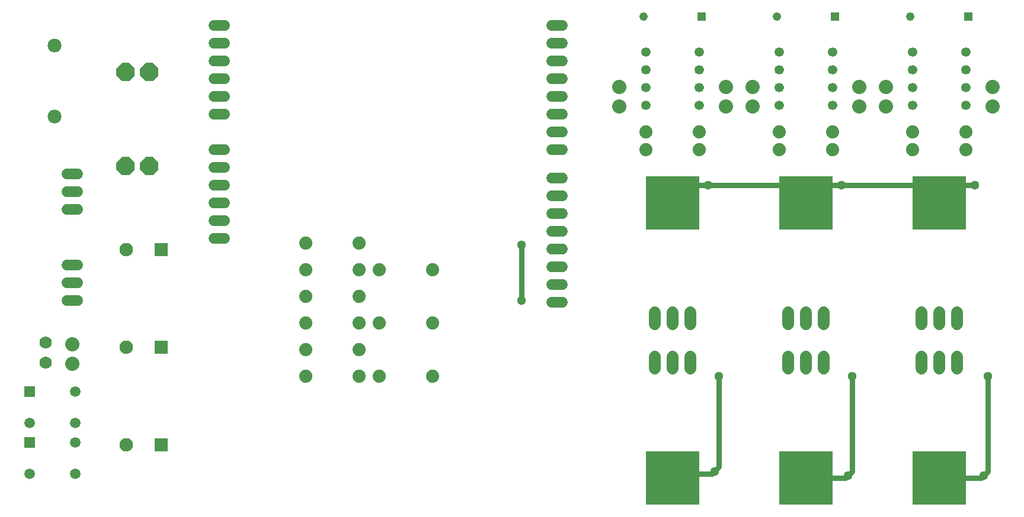
<source format=gbr>
G04 EAGLE Gerber RS-274X export*
G75*
%MOMM*%
%FSLAX34Y34*%
%LPD*%
%INTop Copper*%
%IPPOS*%
%AMOC8*
5,1,8,0,0,1.08239X$1,22.5*%
G01*
%ADD10C,1.524000*%
%ADD11C,2.032000*%
%ADD12C,1.343400*%
%ADD13R,1.238000X1.238000*%
%ADD14C,1.238000*%
%ADD15C,1.879600*%
%ADD16C,1.498000*%
%ADD17R,1.498000X1.498000*%
%ADD18C,1.714500*%
%ADD19R,7.620000X7.620000*%
%ADD20P,2.841274X8X292.500000*%
%ADD21C,1.981200*%
%ADD22C,1.930400*%
%ADD23R,1.930400X1.930400*%
%ADD24C,1.778000*%
%ADD25C,1.300000*%
%ADD26C,0.762000*%


D10*
X90170Y663575D02*
X74930Y663575D01*
X74930Y638175D02*
X90170Y638175D01*
X90170Y612775D02*
X74930Y612775D01*
D11*
X82550Y420370D03*
X82550Y392430D03*
D12*
X1282700Y838200D03*
X1282700Y812800D03*
X1282700Y787400D03*
X1282700Y762000D03*
X1358900Y762000D03*
X1358900Y787400D03*
X1358900Y812800D03*
X1358900Y838200D03*
D11*
X1397000Y788670D03*
X1397000Y760730D03*
D10*
X782320Y480060D02*
X767080Y480060D01*
X767080Y505460D02*
X782320Y505460D01*
X782320Y530860D02*
X767080Y530860D01*
X767080Y556260D02*
X782320Y556260D01*
X782320Y581660D02*
X767080Y581660D01*
X767080Y607060D02*
X782320Y607060D01*
X782320Y632460D02*
X767080Y632460D01*
X767080Y657860D02*
X782320Y657860D01*
X782320Y698500D02*
X767080Y698500D01*
X767080Y723900D02*
X782320Y723900D01*
X782320Y749300D02*
X767080Y749300D01*
X767080Y774700D02*
X782320Y774700D01*
X782320Y800100D02*
X767080Y800100D01*
X767080Y825500D02*
X782320Y825500D01*
X782320Y850900D02*
X767080Y850900D01*
X767080Y876300D02*
X782320Y876300D01*
X299720Y571500D02*
X284480Y571500D01*
X284480Y596900D02*
X299720Y596900D01*
X299720Y622300D02*
X284480Y622300D01*
X284480Y647700D02*
X299720Y647700D01*
X299720Y673100D02*
X284480Y673100D01*
X284480Y698500D02*
X299720Y698500D01*
X299720Y749300D02*
X284480Y749300D01*
X284480Y774700D02*
X299720Y774700D01*
X299720Y800100D02*
X284480Y800100D01*
X284480Y825500D02*
X299720Y825500D01*
X299720Y850900D02*
X284480Y850900D01*
X284480Y876300D02*
X299720Y876300D01*
D11*
X1244600Y788670D03*
X1244600Y760730D03*
D13*
X1362260Y889000D03*
D14*
X1279340Y889000D03*
D15*
X415925Y527050D03*
X492125Y527050D03*
X520700Y527050D03*
X596900Y527050D03*
X415925Y450850D03*
X492125Y450850D03*
X520700Y450850D03*
X596900Y450850D03*
X415925Y374650D03*
X492125Y374650D03*
X520700Y374650D03*
X596900Y374650D03*
X415925Y565150D03*
X492125Y565150D03*
X415925Y488950D03*
X492125Y488950D03*
X415925Y412750D03*
X492125Y412750D03*
D16*
X21475Y234675D03*
D17*
X21475Y279675D03*
D16*
X86475Y234675D03*
X86475Y279675D03*
X21475Y307700D03*
D17*
X21475Y352700D03*
D16*
X86475Y307700D03*
X86475Y352700D03*
D18*
X1295400Y448628D02*
X1295400Y465773D01*
X1320800Y465773D02*
X1320800Y448628D01*
X1346200Y448628D02*
X1346200Y465773D01*
D19*
X1320800Y622300D03*
D18*
X1346200Y402273D02*
X1346200Y385128D01*
X1320800Y385128D02*
X1320800Y402273D01*
X1295400Y402273D02*
X1295400Y385128D01*
D19*
X1320800Y228600D03*
D18*
X1104900Y448628D02*
X1104900Y465773D01*
X1130300Y465773D02*
X1130300Y448628D01*
X1155700Y448628D02*
X1155700Y465773D01*
D19*
X1130300Y622300D03*
D18*
X1155700Y402273D02*
X1155700Y385128D01*
X1130300Y385128D02*
X1130300Y402273D01*
X1104900Y402273D02*
X1104900Y385128D01*
D19*
X1130300Y228600D03*
D18*
X914400Y448628D02*
X914400Y465773D01*
X939800Y465773D02*
X939800Y448628D01*
X965200Y448628D02*
X965200Y465773D01*
D19*
X939800Y622300D03*
D18*
X965200Y402273D02*
X965200Y385128D01*
X939800Y385128D02*
X939800Y402273D01*
X914400Y402273D02*
X914400Y385128D01*
D19*
X939800Y228600D03*
D15*
X1282700Y698500D03*
X1358900Y698500D03*
X1282700Y723900D03*
X1358900Y723900D03*
X1092200Y698500D03*
X1168400Y698500D03*
X1092200Y723900D03*
X1168400Y723900D03*
X901700Y698500D03*
X977900Y698500D03*
X901700Y723900D03*
X977900Y723900D03*
D20*
X192750Y809625D03*
X158750Y809625D03*
X192750Y674925D03*
X158750Y674925D03*
D21*
X57150Y847725D03*
X57150Y746125D03*
D22*
X159150Y555625D03*
D23*
X209150Y555625D03*
D22*
X159150Y415925D03*
D23*
X209150Y415925D03*
D22*
X159150Y276225D03*
D23*
X209150Y276225D03*
D10*
X90170Y533400D02*
X74930Y533400D01*
X74930Y508000D02*
X90170Y508000D01*
X90170Y482600D02*
X74930Y482600D01*
D12*
X1092200Y838200D03*
X1092200Y812800D03*
X1092200Y787400D03*
X1092200Y762000D03*
X1168400Y762000D03*
X1168400Y787400D03*
X1168400Y812800D03*
X1168400Y838200D03*
D11*
X1206500Y788670D03*
X1206500Y760730D03*
X1054100Y788670D03*
X1054100Y760730D03*
D13*
X1171760Y889000D03*
D14*
X1088840Y889000D03*
D12*
X901700Y838200D03*
X901700Y812800D03*
X901700Y787400D03*
X901700Y762000D03*
X977900Y762000D03*
X977900Y787400D03*
X977900Y812800D03*
X977900Y838200D03*
D11*
X1016000Y788670D03*
X1016000Y760730D03*
X863600Y788670D03*
X863600Y760730D03*
D13*
X981260Y889000D03*
D14*
X898340Y889000D03*
D24*
X44450Y393700D03*
D25*
X990600Y647700D03*
X1181100Y647700D03*
X1371600Y647700D03*
D26*
X965200Y647700D02*
X939800Y622300D01*
X965200Y647700D02*
X990600Y647700D01*
X1130300Y622300D02*
X1155700Y647700D01*
X1181100Y647700D01*
X1320800Y622300D02*
X1346200Y647700D01*
X1371600Y647700D01*
X1181100Y647700D02*
X990600Y647700D01*
X1181100Y647700D02*
X1371600Y647700D01*
D24*
X44450Y422275D03*
D25*
X1390650Y374650D03*
D26*
X1381125Y228600D02*
X1320800Y228600D01*
X1384300Y231775D02*
X1390650Y238125D01*
X1384300Y231775D02*
X1381125Y228600D01*
X1390650Y238125D02*
X1390650Y374650D01*
D25*
X1384300Y231775D03*
D26*
X939800Y234950D02*
X936625Y231775D01*
D25*
X1006475Y374650D03*
D26*
X946150Y234950D02*
X939800Y228600D01*
X946150Y234950D02*
X996950Y234950D01*
X1000125Y238125D01*
X1006475Y244475D01*
X1006475Y374650D01*
D25*
X1000125Y238125D03*
X1196975Y374650D03*
D26*
X1196975Y238125D02*
X1190625Y231775D01*
X1187450Y228600D01*
X1130300Y228600D01*
X1196975Y238125D02*
X1196975Y374650D01*
D25*
X1190625Y231775D03*
X723900Y561975D03*
X723900Y482600D03*
D26*
X723900Y561975D01*
M02*

</source>
